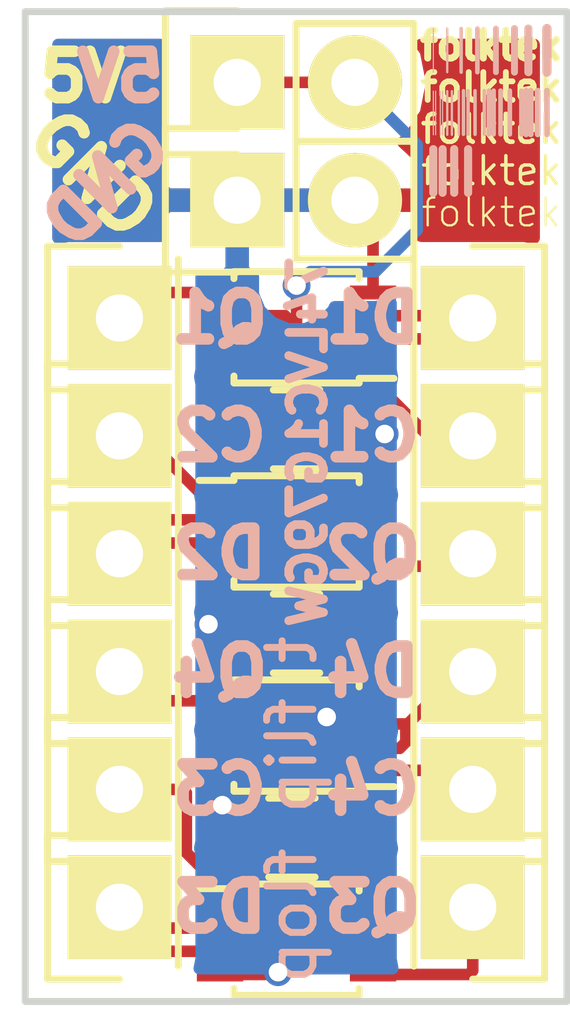
<source format=kicad_pcb>
(kicad_pcb (version 4) (host pcbnew 4.0.4+e1-6308~48~ubuntu16.04.1-stable)

  (general
    (links 40)
    (no_connects 0)
    (area 231.572999 82.220999 243.407001 103.707001)
    (thickness 1.6)
    (drawings 59)
    (tracks 132)
    (zones 0)
    (modules 21)
    (nets 15)
  )

  (page A4)
  (layers
    (0 F.Cu signal)
    (31 B.Cu signal)
    (32 B.Adhes user)
    (33 F.Adhes user)
    (34 B.Paste user)
    (35 F.Paste user)
    (36 B.SilkS user)
    (37 F.SilkS user)
    (38 B.Mask user)
    (39 F.Mask user)
    (40 Dwgs.User user)
    (41 Cmts.User user)
    (42 Eco1.User user)
    (43 Eco2.User user)
    (44 Edge.Cuts user)
    (45 Margin user)
    (46 B.CrtYd user)
    (47 F.CrtYd user)
    (48 B.Fab user hide)
    (49 F.Fab user hide)
  )

  (setup
    (last_trace_width 0.25)
    (trace_clearance 0.2)
    (zone_clearance 0.508)
    (zone_45_only no)
    (trace_min 0.2)
    (segment_width 0.2)
    (edge_width 0.15)
    (via_size 0.6)
    (via_drill 0.4)
    (via_min_size 0.4)
    (via_min_drill 0.3)
    (uvia_size 0.3)
    (uvia_drill 0.1)
    (uvias_allowed no)
    (uvia_min_size 0.2)
    (uvia_min_drill 0.1)
    (pcb_text_width 0.3)
    (pcb_text_size 1.5 1.5)
    (mod_edge_width 0.15)
    (mod_text_size 1 1)
    (mod_text_width 0.15)
    (pad_size 1.524 1.524)
    (pad_drill 0.762)
    (pad_to_mask_clearance 0.05)
    (aux_axis_origin 0 0)
    (visible_elements FFFFFF7F)
    (pcbplotparams
      (layerselection 0x010fc_80000001)
      (usegerberextensions true)
      (excludeedgelayer true)
      (linewidth 0.100000)
      (plotframeref false)
      (viasonmask false)
      (mode 1)
      (useauxorigin false)
      (hpglpennumber 1)
      (hpglpenspeed 20)
      (hpglpendiameter 15)
      (hpglpenoverlay 2)
      (psnegative false)
      (psa4output false)
      (plotreference true)
      (plotvalue true)
      (plotinvisibletext false)
      (padsonsilk false)
      (subtractmaskfromsilk true)
      (outputformat 1)
      (mirror false)
      (drillshape 0)
      (scaleselection 1)
      (outputdirectory tflip_gerb/))
  )

  (net 0 "")
  (net 1 /VCC)
  (net 2 /GND)
  (net 3 /C1)
  (net 4 /D1)
  (net 5 /Q1)
  (net 6 /C2)
  (net 7 /D2)
  (net 8 /C3)
  (net 9 /D3)
  (net 10 /C4)
  (net 11 /D4)
  (net 12 /Q2)
  (net 13 /Q3)
  (net 14 /Q4)

  (net_class Default "This is the default net class."
    (clearance 0.2)
    (trace_width 0.25)
    (via_dia 0.6)
    (via_drill 0.4)
    (uvia_dia 0.3)
    (uvia_drill 0.1)
    (add_net /C1)
    (add_net /C2)
    (add_net /C3)
    (add_net /C4)
    (add_net /D1)
    (add_net /D2)
    (add_net /D3)
    (add_net /D4)
    (add_net /GND)
    (add_net /Q1)
    (add_net /Q2)
    (add_net /Q3)
    (add_net /Q4)
    (add_net /VCC)
  )

  (module Pin_Headers:Pin_Header_Straight_1x02 (layer F.Cu) (tedit 580FC953) (tstamp 580FC845)
    (at 236.22 83.82 90)
    (descr "Through hole pin header")
    (tags "pin header")
    (path /58104B10)
    (fp_text reference P1 (at 0 -5.1 90) (layer F.SilkS) hide
      (effects (font (size 1 1) (thickness 0.15)))
    )
    (fp_text value CONN_01X02 (at 0 -3.1 90) (layer F.Fab)
      (effects (font (size 1 1) (thickness 0.15)))
    )
    (fp_line (start 1.27 1.27) (end 1.27 3.81) (layer F.SilkS) (width 0.15))
    (fp_line (start 1.55 -1.55) (end 1.55 0) (layer F.SilkS) (width 0.15))
    (fp_line (start -1.75 -1.75) (end -1.75 4.3) (layer F.CrtYd) (width 0.05))
    (fp_line (start 1.75 -1.75) (end 1.75 4.3) (layer F.CrtYd) (width 0.05))
    (fp_line (start -1.75 -1.75) (end 1.75 -1.75) (layer F.CrtYd) (width 0.05))
    (fp_line (start -1.75 4.3) (end 1.75 4.3) (layer F.CrtYd) (width 0.05))
    (fp_line (start 1.27 1.27) (end -1.27 1.27) (layer F.SilkS) (width 0.15))
    (fp_line (start -1.55 0) (end -1.55 -1.55) (layer F.SilkS) (width 0.15))
    (fp_line (start -1.55 -1.55) (end 1.55 -1.55) (layer F.SilkS) (width 0.15))
    (fp_line (start -1.27 1.27) (end -1.27 3.81) (layer F.SilkS) (width 0.15))
    (fp_line (start -1.27 3.81) (end 1.27 3.81) (layer F.SilkS) (width 0.15))
    (pad 1 thru_hole rect (at 0 0 90) (size 2.032 2.032) (drill 1.016) (layers *.Cu *.Mask F.SilkS)
      (net 1 /VCC))
    (pad 2 thru_hole oval (at 0 2.54 90) (size 2.032 2.032) (drill 1.016) (layers *.Cu *.Mask F.SilkS)
      (net 1 /VCC))
    (model Pin_Headers.3dshapes/Pin_Header_Straight_1x02.wrl
      (at (xyz 0 -0.05 0))
      (scale (xyz 1 1 1))
      (rotate (xyz 0 0 90))
    )
  )

  (module Pin_Headers:Pin_Header_Straight_1x02 (layer F.Cu) (tedit 580FC92D) (tstamp 580FC84B)
    (at 236.22 86.36 90)
    (descr "Through hole pin header")
    (tags "pin header")
    (path /58104B11)
    (fp_text reference P2 (at 0 -5.1 90) (layer F.SilkS) hide
      (effects (font (size 1 1) (thickness 0.15)))
    )
    (fp_text value CONN_01X02 (at 0 -3.1 90) (layer F.Fab)
      (effects (font (size 1 1) (thickness 0.15)))
    )
    (fp_line (start 1.27 1.27) (end 1.27 3.81) (layer F.SilkS) (width 0.15))
    (fp_line (start 1.55 -1.55) (end 1.55 0) (layer F.SilkS) (width 0.15))
    (fp_line (start -1.75 -1.75) (end -1.75 4.3) (layer F.CrtYd) (width 0.05))
    (fp_line (start 1.75 -1.75) (end 1.75 4.3) (layer F.CrtYd) (width 0.05))
    (fp_line (start -1.75 -1.75) (end 1.75 -1.75) (layer F.CrtYd) (width 0.05))
    (fp_line (start -1.75 4.3) (end 1.75 4.3) (layer F.CrtYd) (width 0.05))
    (fp_line (start 1.27 1.27) (end -1.27 1.27) (layer F.SilkS) (width 0.15))
    (fp_line (start -1.55 0) (end -1.55 -1.55) (layer F.SilkS) (width 0.15))
    (fp_line (start -1.55 -1.55) (end 1.55 -1.55) (layer F.SilkS) (width 0.15))
    (fp_line (start -1.27 1.27) (end -1.27 3.81) (layer F.SilkS) (width 0.15))
    (fp_line (start -1.27 3.81) (end 1.27 3.81) (layer F.SilkS) (width 0.15))
    (pad 1 thru_hole rect (at 0 0 90) (size 2.032 2.032) (drill 1.016) (layers *.Cu *.Mask F.SilkS)
      (net 2 /GND))
    (pad 2 thru_hole oval (at 0 2.54 90) (size 2.032 2.032) (drill 1.016) (layers *.Cu *.Mask F.SilkS)
      (net 2 /GND))
    (model Pin_Headers.3dshapes/Pin_Header_Straight_1x02.wrl
      (at (xyz 0 -0.05 0))
      (scale (xyz 1 1 1))
      (rotate (xyz 0 0 90))
    )
  )

  (module Pin_Headers:Pin_Header_Straight_1x01 (layer F.Cu) (tedit 580FC94F) (tstamp 580FC850)
    (at 241.3 91.44 270)
    (descr "Through hole pin header")
    (tags "pin header")
    (path /581041CC)
    (fp_text reference P3 (at 0 -5.1 360) (layer F.SilkS) hide
      (effects (font (size 1 1) (thickness 0.15)))
    )
    (fp_text value CONN_01X01 (at 0 -3.1 270) (layer F.Fab)
      (effects (font (size 1 1) (thickness 0.15)))
    )
    (fp_line (start 1.55 -1.55) (end 1.55 0) (layer F.SilkS) (width 0.15))
    (fp_line (start -1.75 -1.75) (end -1.75 1.75) (layer F.CrtYd) (width 0.05))
    (fp_line (start 1.75 -1.75) (end 1.75 1.75) (layer F.CrtYd) (width 0.05))
    (fp_line (start -1.75 -1.75) (end 1.75 -1.75) (layer F.CrtYd) (width 0.05))
    (fp_line (start -1.75 1.75) (end 1.75 1.75) (layer F.CrtYd) (width 0.05))
    (fp_line (start -1.55 0) (end -1.55 -1.55) (layer F.SilkS) (width 0.15))
    (fp_line (start -1.55 -1.55) (end 1.55 -1.55) (layer F.SilkS) (width 0.15))
    (fp_line (start -1.27 1.27) (end 1.27 1.27) (layer F.SilkS) (width 0.15))
    (pad 1 thru_hole rect (at 0 0 270) (size 2.2352 2.2352) (drill 1.016) (layers *.Cu *.Mask F.SilkS)
      (net 3 /C1))
    (model Pin_Headers.3dshapes/Pin_Header_Straight_1x01.wrl
      (at (xyz 0 0 0))
      (scale (xyz 1 1 1))
      (rotate (xyz 0 0 90))
    )
  )

  (module Pin_Headers:Pin_Header_Straight_1x01 (layer F.Cu) (tedit 580FCA2B) (tstamp 580FC855)
    (at 241.3 88.9 270)
    (descr "Through hole pin header")
    (tags "pin header")
    (path /58104230)
    (fp_text reference P4 (at 0 -5.1 270) (layer F.SilkS) hide
      (effects (font (size 1 1) (thickness 0.15)))
    )
    (fp_text value CONN_01X01 (at 0 -3.1 270) (layer F.Fab)
      (effects (font (size 1 1) (thickness 0.15)))
    )
    (fp_line (start 1.55 -1.55) (end 1.55 0) (layer F.SilkS) (width 0.15))
    (fp_line (start -1.75 -1.75) (end -1.75 1.75) (layer F.CrtYd) (width 0.05))
    (fp_line (start 1.75 -1.75) (end 1.75 1.75) (layer F.CrtYd) (width 0.05))
    (fp_line (start -1.75 -1.75) (end 1.75 -1.75) (layer F.CrtYd) (width 0.05))
    (fp_line (start -1.75 1.75) (end 1.75 1.75) (layer F.CrtYd) (width 0.05))
    (fp_line (start -1.55 0) (end -1.55 -1.55) (layer F.SilkS) (width 0.15))
    (fp_line (start -1.55 -1.55) (end 1.55 -1.55) (layer F.SilkS) (width 0.15))
    (fp_line (start -1.27 1.27) (end 1.27 1.27) (layer F.SilkS) (width 0.15))
    (pad 1 thru_hole rect (at 0 0 270) (size 2.2352 2.2352) (drill 1.016) (layers *.Cu *.Mask F.SilkS)
      (net 4 /D1))
    (model Pin_Headers.3dshapes/Pin_Header_Straight_1x01.wrl
      (at (xyz 0 0 0))
      (scale (xyz 1 1 1))
      (rotate (xyz 0 0 90))
    )
  )

  (module Pin_Headers:Pin_Header_Straight_1x01 (layer F.Cu) (tedit 580FC95E) (tstamp 580FC85A)
    (at 233.68 91.44 90)
    (descr "Through hole pin header")
    (tags "pin header")
    (path /58105862)
    (fp_text reference P5 (at 0 -5.1 90) (layer F.SilkS) hide
      (effects (font (size 1 1) (thickness 0.15)))
    )
    (fp_text value CONN_01X01 (at 0 -3.1 90) (layer F.Fab)
      (effects (font (size 1 1) (thickness 0.15)))
    )
    (fp_line (start 1.55 -1.55) (end 1.55 0) (layer F.SilkS) (width 0.15))
    (fp_line (start -1.75 -1.75) (end -1.75 1.75) (layer F.CrtYd) (width 0.05))
    (fp_line (start 1.75 -1.75) (end 1.75 1.75) (layer F.CrtYd) (width 0.05))
    (fp_line (start -1.75 -1.75) (end 1.75 -1.75) (layer F.CrtYd) (width 0.05))
    (fp_line (start -1.75 1.75) (end 1.75 1.75) (layer F.CrtYd) (width 0.05))
    (fp_line (start -1.55 0) (end -1.55 -1.55) (layer F.SilkS) (width 0.15))
    (fp_line (start -1.55 -1.55) (end 1.55 -1.55) (layer F.SilkS) (width 0.15))
    (fp_line (start -1.27 1.27) (end 1.27 1.27) (layer F.SilkS) (width 0.15))
    (pad 1 thru_hole rect (at 0 0 90) (size 2.2352 2.2352) (drill 1.016) (layers *.Cu *.Mask F.SilkS)
      (net 6 /C2))
    (model Pin_Headers.3dshapes/Pin_Header_Straight_1x01.wrl
      (at (xyz 0 0 0))
      (scale (xyz 1 1 1))
      (rotate (xyz 0 0 90))
    )
  )

  (module Pin_Headers:Pin_Header_Straight_1x01 (layer F.Cu) (tedit 580FC965) (tstamp 580FC85F)
    (at 233.68 93.98 90)
    (descr "Through hole pin header")
    (tags "pin header")
    (path /58105868)
    (fp_text reference P6 (at 0 -5.1 90) (layer F.SilkS) hide
      (effects (font (size 1 1) (thickness 0.15)))
    )
    (fp_text value CONN_01X01 (at 0 -3.1 90) (layer F.Fab)
      (effects (font (size 1 1) (thickness 0.15)))
    )
    (fp_line (start 1.55 -1.55) (end 1.55 0) (layer F.SilkS) (width 0.15))
    (fp_line (start -1.75 -1.75) (end -1.75 1.75) (layer F.CrtYd) (width 0.05))
    (fp_line (start 1.75 -1.75) (end 1.75 1.75) (layer F.CrtYd) (width 0.05))
    (fp_line (start -1.75 -1.75) (end 1.75 -1.75) (layer F.CrtYd) (width 0.05))
    (fp_line (start -1.75 1.75) (end 1.75 1.75) (layer F.CrtYd) (width 0.05))
    (fp_line (start -1.55 0) (end -1.55 -1.55) (layer F.SilkS) (width 0.15))
    (fp_line (start -1.55 -1.55) (end 1.55 -1.55) (layer F.SilkS) (width 0.15))
    (fp_line (start -1.27 1.27) (end 1.27 1.27) (layer F.SilkS) (width 0.15))
    (pad 1 thru_hole rect (at 0 0 90) (size 2.2352 2.2352) (drill 1.016) (layers *.Cu *.Mask F.SilkS)
      (net 7 /D2))
    (model Pin_Headers.3dshapes/Pin_Header_Straight_1x01.wrl
      (at (xyz 0 0 0))
      (scale (xyz 1 1 1))
      (rotate (xyz 0 0 90))
    )
  )

  (module Pin_Headers:Pin_Header_Straight_1x01 (layer F.Cu) (tedit 580FCAEC) (tstamp 580FC864)
    (at 233.68 99.06 90)
    (descr "Through hole pin header")
    (tags "pin header")
    (path /5810592D)
    (fp_text reference P7 (at 0 -5.1 90) (layer F.SilkS) hide
      (effects (font (size 1 1) (thickness 0.15)))
    )
    (fp_text value CONN_01X01 (at 0 -3.1 90) (layer F.Fab)
      (effects (font (size 1 1) (thickness 0.15)))
    )
    (fp_line (start 1.55 -1.55) (end 1.55 0) (layer F.SilkS) (width 0.15))
    (fp_line (start -1.75 -1.75) (end -1.75 1.75) (layer F.CrtYd) (width 0.05))
    (fp_line (start 1.75 -1.75) (end 1.75 1.75) (layer F.CrtYd) (width 0.05))
    (fp_line (start -1.75 -1.75) (end 1.75 -1.75) (layer F.CrtYd) (width 0.05))
    (fp_line (start -1.75 1.75) (end 1.75 1.75) (layer F.CrtYd) (width 0.05))
    (fp_line (start -1.55 0) (end -1.55 -1.55) (layer F.SilkS) (width 0.15))
    (fp_line (start -1.55 -1.55) (end 1.55 -1.55) (layer F.SilkS) (width 0.15))
    (fp_line (start -1.27 1.27) (end 1.27 1.27) (layer F.SilkS) (width 0.15))
    (pad 1 thru_hole rect (at 0 0 90) (size 2.2352 2.2352) (drill 1.016) (layers *.Cu *.Mask F.SilkS)
      (net 8 /C3))
    (model Pin_Headers.3dshapes/Pin_Header_Straight_1x01.wrl
      (at (xyz 0 0 0))
      (scale (xyz 1 1 1))
      (rotate (xyz 0 0 90))
    )
  )

  (module Pin_Headers:Pin_Header_Straight_1x01 (layer F.Cu) (tedit 580FC972) (tstamp 580FC869)
    (at 233.68 101.6 90)
    (descr "Through hole pin header")
    (tags "pin header")
    (path /58105933)
    (fp_text reference P8 (at 0 -5.1 90) (layer F.SilkS) hide
      (effects (font (size 1 1) (thickness 0.15)))
    )
    (fp_text value CONN_01X01 (at 0 -3.1 90) (layer F.Fab)
      (effects (font (size 1 1) (thickness 0.15)))
    )
    (fp_line (start 1.55 -1.55) (end 1.55 0) (layer F.SilkS) (width 0.15))
    (fp_line (start -1.75 -1.75) (end -1.75 1.75) (layer F.CrtYd) (width 0.05))
    (fp_line (start 1.75 -1.75) (end 1.75 1.75) (layer F.CrtYd) (width 0.05))
    (fp_line (start -1.75 -1.75) (end 1.75 -1.75) (layer F.CrtYd) (width 0.05))
    (fp_line (start -1.75 1.75) (end 1.75 1.75) (layer F.CrtYd) (width 0.05))
    (fp_line (start -1.55 0) (end -1.55 -1.55) (layer F.SilkS) (width 0.15))
    (fp_line (start -1.55 -1.55) (end 1.55 -1.55) (layer F.SilkS) (width 0.15))
    (fp_line (start -1.27 1.27) (end 1.27 1.27) (layer F.SilkS) (width 0.15))
    (pad 1 thru_hole rect (at 0 0 90) (size 2.2352 2.2352) (drill 1.016) (layers *.Cu *.Mask F.SilkS)
      (net 9 /D3))
    (model Pin_Headers.3dshapes/Pin_Header_Straight_1x01.wrl
      (at (xyz 0 0 0))
      (scale (xyz 1 1 1))
      (rotate (xyz 0 0 90))
    )
  )

  (module Pin_Headers:Pin_Header_Straight_1x01 (layer F.Cu) (tedit 580FCAF1) (tstamp 580FC86E)
    (at 241.3 99.06 270)
    (descr "Through hole pin header")
    (tags "pin header")
    (path /58105A0D)
    (fp_text reference P9 (at 0 -5.1 270) (layer F.SilkS) hide
      (effects (font (size 1 1) (thickness 0.15)))
    )
    (fp_text value CONN_01X01 (at 0 -3.1 270) (layer F.Fab)
      (effects (font (size 1 1) (thickness 0.15)))
    )
    (fp_line (start 1.55 -1.55) (end 1.55 0) (layer F.SilkS) (width 0.15))
    (fp_line (start -1.75 -1.75) (end -1.75 1.75) (layer F.CrtYd) (width 0.05))
    (fp_line (start 1.75 -1.75) (end 1.75 1.75) (layer F.CrtYd) (width 0.05))
    (fp_line (start -1.75 -1.75) (end 1.75 -1.75) (layer F.CrtYd) (width 0.05))
    (fp_line (start -1.75 1.75) (end 1.75 1.75) (layer F.CrtYd) (width 0.05))
    (fp_line (start -1.55 0) (end -1.55 -1.55) (layer F.SilkS) (width 0.15))
    (fp_line (start -1.55 -1.55) (end 1.55 -1.55) (layer F.SilkS) (width 0.15))
    (fp_line (start -1.27 1.27) (end 1.27 1.27) (layer F.SilkS) (width 0.15))
    (pad 1 thru_hole rect (at 0 0 270) (size 2.2352 2.2352) (drill 1.016) (layers *.Cu *.Mask F.SilkS)
      (net 10 /C4))
    (model Pin_Headers.3dshapes/Pin_Header_Straight_1x01.wrl
      (at (xyz 0 0 0))
      (scale (xyz 1 1 1))
      (rotate (xyz 0 0 90))
    )
  )

  (module Pin_Headers:Pin_Header_Straight_1x01 (layer F.Cu) (tedit 580FCAD4) (tstamp 580FC873)
    (at 241.3 96.52 270)
    (descr "Through hole pin header")
    (tags "pin header")
    (path /58105A13)
    (fp_text reference P10 (at 0 -5.1 270) (layer F.SilkS) hide
      (effects (font (size 1 1) (thickness 0.15)))
    )
    (fp_text value CONN_01X01 (at 0 -3.1 270) (layer F.Fab)
      (effects (font (size 1 1) (thickness 0.15)))
    )
    (fp_line (start 1.55 -1.55) (end 1.55 0) (layer F.SilkS) (width 0.15))
    (fp_line (start -1.75 -1.75) (end -1.75 1.75) (layer F.CrtYd) (width 0.05))
    (fp_line (start 1.75 -1.75) (end 1.75 1.75) (layer F.CrtYd) (width 0.05))
    (fp_line (start -1.75 -1.75) (end 1.75 -1.75) (layer F.CrtYd) (width 0.05))
    (fp_line (start -1.75 1.75) (end 1.75 1.75) (layer F.CrtYd) (width 0.05))
    (fp_line (start -1.55 0) (end -1.55 -1.55) (layer F.SilkS) (width 0.15))
    (fp_line (start -1.55 -1.55) (end 1.55 -1.55) (layer F.SilkS) (width 0.15))
    (fp_line (start -1.27 1.27) (end 1.27 1.27) (layer F.SilkS) (width 0.15))
    (pad 1 thru_hole rect (at 0 0 270) (size 2.2352 2.2352) (drill 1.016) (layers *.Cu *.Mask F.SilkS)
      (net 11 /D4))
    (model Pin_Headers.3dshapes/Pin_Header_Straight_1x01.wrl
      (at (xyz 0 0 0))
      (scale (xyz 1 1 1))
      (rotate (xyz 0 0 90))
    )
  )

  (module Pin_Headers:Pin_Header_Straight_1x01 (layer F.Cu) (tedit 580FC941) (tstamp 580FC878)
    (at 233.68 88.9 90)
    (descr "Through hole pin header")
    (tags "pin header")
    (path /581043A7)
    (fp_text reference P11 (at 0 -5.1 90) (layer F.SilkS) hide
      (effects (font (size 1 1) (thickness 0.15)))
    )
    (fp_text value CONN_01X01 (at 0 -3.1 90) (layer F.Fab)
      (effects (font (size 1 1) (thickness 0.15)))
    )
    (fp_line (start 1.55 -1.55) (end 1.55 0) (layer F.SilkS) (width 0.15))
    (fp_line (start -1.75 -1.75) (end -1.75 1.75) (layer F.CrtYd) (width 0.05))
    (fp_line (start 1.75 -1.75) (end 1.75 1.75) (layer F.CrtYd) (width 0.05))
    (fp_line (start -1.75 -1.75) (end 1.75 -1.75) (layer F.CrtYd) (width 0.05))
    (fp_line (start -1.75 1.75) (end 1.75 1.75) (layer F.CrtYd) (width 0.05))
    (fp_line (start -1.55 0) (end -1.55 -1.55) (layer F.SilkS) (width 0.15))
    (fp_line (start -1.55 -1.55) (end 1.55 -1.55) (layer F.SilkS) (width 0.15))
    (fp_line (start -1.27 1.27) (end 1.27 1.27) (layer F.SilkS) (width 0.15))
    (pad 1 thru_hole rect (at 0 0 90) (size 2.2352 2.2352) (drill 1.016) (layers *.Cu *.Mask F.SilkS)
      (net 5 /Q1))
    (model Pin_Headers.3dshapes/Pin_Header_Straight_1x01.wrl
      (at (xyz 0 0 0))
      (scale (xyz 1 1 1))
      (rotate (xyz 0 0 90))
    )
  )

  (module Pin_Headers:Pin_Header_Straight_1x01 (layer F.Cu) (tedit 580FC947) (tstamp 580FC87D)
    (at 241.3 93.98 270)
    (descr "Through hole pin header")
    (tags "pin header")
    (path /5810586E)
    (fp_text reference P12 (at 0 -5.1 270) (layer F.SilkS) hide
      (effects (font (size 1 1) (thickness 0.15)))
    )
    (fp_text value CONN_01X01 (at 0 -3.1 270) (layer F.Fab)
      (effects (font (size 1 1) (thickness 0.15)))
    )
    (fp_line (start 1.55 -1.55) (end 1.55 0) (layer F.SilkS) (width 0.15))
    (fp_line (start -1.75 -1.75) (end -1.75 1.75) (layer F.CrtYd) (width 0.05))
    (fp_line (start 1.75 -1.75) (end 1.75 1.75) (layer F.CrtYd) (width 0.05))
    (fp_line (start -1.75 -1.75) (end 1.75 -1.75) (layer F.CrtYd) (width 0.05))
    (fp_line (start -1.75 1.75) (end 1.75 1.75) (layer F.CrtYd) (width 0.05))
    (fp_line (start -1.55 0) (end -1.55 -1.55) (layer F.SilkS) (width 0.15))
    (fp_line (start -1.55 -1.55) (end 1.55 -1.55) (layer F.SilkS) (width 0.15))
    (fp_line (start -1.27 1.27) (end 1.27 1.27) (layer F.SilkS) (width 0.15))
    (pad 1 thru_hole rect (at 0 0 270) (size 2.2352 2.2352) (drill 1.016) (layers *.Cu *.Mask F.SilkS)
      (net 12 /Q2))
    (model Pin_Headers.3dshapes/Pin_Header_Straight_1x01.wrl
      (at (xyz 0 0 0))
      (scale (xyz 1 1 1))
      (rotate (xyz 0 0 90))
    )
  )

  (module Pin_Headers:Pin_Header_Straight_1x01 (layer F.Cu) (tedit 580FCAED) (tstamp 580FC882)
    (at 241.3 101.6 270)
    (descr "Through hole pin header")
    (tags "pin header")
    (path /58105939)
    (fp_text reference P13 (at 0 -5.1 270) (layer F.SilkS) hide
      (effects (font (size 1 1) (thickness 0.15)))
    )
    (fp_text value CONN_01X01 (at 0 -3.1 270) (layer F.Fab)
      (effects (font (size 1 1) (thickness 0.15)))
    )
    (fp_line (start 1.55 -1.55) (end 1.55 0) (layer F.SilkS) (width 0.15))
    (fp_line (start -1.75 -1.75) (end -1.75 1.75) (layer F.CrtYd) (width 0.05))
    (fp_line (start 1.75 -1.75) (end 1.75 1.75) (layer F.CrtYd) (width 0.05))
    (fp_line (start -1.75 -1.75) (end 1.75 -1.75) (layer F.CrtYd) (width 0.05))
    (fp_line (start -1.75 1.75) (end 1.75 1.75) (layer F.CrtYd) (width 0.05))
    (fp_line (start -1.55 0) (end -1.55 -1.55) (layer F.SilkS) (width 0.15))
    (fp_line (start -1.55 -1.55) (end 1.55 -1.55) (layer F.SilkS) (width 0.15))
    (fp_line (start -1.27 1.27) (end 1.27 1.27) (layer F.SilkS) (width 0.15))
    (pad 1 thru_hole rect (at 0 0 270) (size 2.2352 2.2352) (drill 1.016) (layers *.Cu *.Mask F.SilkS)
      (net 13 /Q3))
    (model Pin_Headers.3dshapes/Pin_Header_Straight_1x01.wrl
      (at (xyz 0 0 0))
      (scale (xyz 1 1 1))
      (rotate (xyz 0 0 90))
    )
  )

  (module Pin_Headers:Pin_Header_Straight_1x01 (layer F.Cu) (tedit 580FCAEF) (tstamp 580FC887)
    (at 233.68 96.52 90)
    (descr "Through hole pin header")
    (tags "pin header")
    (path /58105A19)
    (fp_text reference P14 (at 0 -5.1 90) (layer F.SilkS) hide
      (effects (font (size 1 1) (thickness 0.15)))
    )
    (fp_text value CONN_01X01 (at 0 -3.1 90) (layer F.Fab)
      (effects (font (size 1 1) (thickness 0.15)))
    )
    (fp_line (start 1.55 -1.55) (end 1.55 0) (layer F.SilkS) (width 0.15))
    (fp_line (start -1.75 -1.75) (end -1.75 1.75) (layer F.CrtYd) (width 0.05))
    (fp_line (start 1.75 -1.75) (end 1.75 1.75) (layer F.CrtYd) (width 0.05))
    (fp_line (start -1.75 -1.75) (end 1.75 -1.75) (layer F.CrtYd) (width 0.05))
    (fp_line (start -1.75 1.75) (end 1.75 1.75) (layer F.CrtYd) (width 0.05))
    (fp_line (start -1.55 0) (end -1.55 -1.55) (layer F.SilkS) (width 0.15))
    (fp_line (start -1.55 -1.55) (end 1.55 -1.55) (layer F.SilkS) (width 0.15))
    (fp_line (start -1.27 1.27) (end 1.27 1.27) (layer F.SilkS) (width 0.15))
    (pad 1 thru_hole rect (at 0 0 90) (size 2.2352 2.2352) (drill 1.016) (layers *.Cu *.Mask F.SilkS)
      (net 14 /Q4))
    (model Pin_Headers.3dshapes/Pin_Header_Straight_1x01.wrl
      (at (xyz 0 0 0))
      (scale (xyz 1 1 1))
      (rotate (xyz 0 0 90))
    )
  )

  (module Capacitors_SMD:C_0805 (layer F.Cu) (tedit 580FE858) (tstamp 580FCE47)
    (at 237.5 91.3)
    (descr "Capacitor SMD 0805, reflow soldering, AVX (see smccp.pdf)")
    (tags "capacitor 0805")
    (path /58104B12)
    (attr smd)
    (fp_text reference C1 (at 0.8326 -3.5761) (layer F.SilkS) hide
      (effects (font (size 1 1) (thickness 0.15)))
    )
    (fp_text value 0.1uF (at 0 2.1) (layer F.Fab)
      (effects (font (size 1 1) (thickness 0.15)))
    )
    (fp_line (start -1 0.625) (end -1 -0.625) (layer F.Fab) (width 0.15))
    (fp_line (start 1 0.625) (end -1 0.625) (layer F.Fab) (width 0.15))
    (fp_line (start 1 -0.625) (end 1 0.625) (layer F.Fab) (width 0.15))
    (fp_line (start -1 -0.625) (end 1 -0.625) (layer F.Fab) (width 0.15))
    (fp_line (start -1.8 -1) (end 1.8 -1) (layer F.CrtYd) (width 0.05))
    (fp_line (start -1.8 1) (end 1.8 1) (layer F.CrtYd) (width 0.05))
    (fp_line (start -1.8 -1) (end -1.8 1) (layer F.CrtYd) (width 0.05))
    (fp_line (start 1.8 -1) (end 1.8 1) (layer F.CrtYd) (width 0.05))
    (fp_line (start 0.5 -0.85) (end -0.5 -0.85) (layer F.SilkS) (width 0.15))
    (fp_line (start -0.5 0.85) (end 0.5 0.85) (layer F.SilkS) (width 0.15))
    (pad 1 smd rect (at -1 0) (size 1 1.25) (layers F.Cu F.Paste F.Mask)
      (net 1 /VCC))
    (pad 2 smd rect (at 1 0) (size 1 1.25) (layers F.Cu F.Paste F.Mask)
      (net 2 /GND))
    (model Capacitors_SMD.3dshapes/C_0805.wrl
      (at (xyz 0 0 0))
      (scale (xyz 1 1 1))
      (rotate (xyz 0 0 0))
    )
  )

  (module Capacitors_SMD:C_0805 (layer F.Cu) (tedit 580FE867) (tstamp 580FCE4C)
    (at 237.5 95.7 180)
    (descr "Capacitor SMD 0805, reflow soldering, AVX (see smccp.pdf)")
    (tags "capacitor 0805")
    (path /58104B13)
    (attr smd)
    (fp_text reference C2 (at 0.7874 -2.7178 180) (layer F.SilkS) hide
      (effects (font (size 1 1) (thickness 0.15)))
    )
    (fp_text value 1uF (at 0 2.1 180) (layer F.Fab)
      (effects (font (size 1 1) (thickness 0.15)))
    )
    (fp_line (start -1 0.625) (end -1 -0.625) (layer F.Fab) (width 0.15))
    (fp_line (start 1 0.625) (end -1 0.625) (layer F.Fab) (width 0.15))
    (fp_line (start 1 -0.625) (end 1 0.625) (layer F.Fab) (width 0.15))
    (fp_line (start -1 -0.625) (end 1 -0.625) (layer F.Fab) (width 0.15))
    (fp_line (start -1.8 -1) (end 1.8 -1) (layer F.CrtYd) (width 0.05))
    (fp_line (start -1.8 1) (end 1.8 1) (layer F.CrtYd) (width 0.05))
    (fp_line (start -1.8 -1) (end -1.8 1) (layer F.CrtYd) (width 0.05))
    (fp_line (start 1.8 -1) (end 1.8 1) (layer F.CrtYd) (width 0.05))
    (fp_line (start 0.5 -0.85) (end -0.5 -0.85) (layer F.SilkS) (width 0.15))
    (fp_line (start -0.5 0.85) (end 0.5 0.85) (layer F.SilkS) (width 0.15))
    (pad 1 smd rect (at -1 0 180) (size 1 1.25) (layers F.Cu F.Paste F.Mask)
      (net 1 /VCC))
    (pad 2 smd rect (at 1 0 180) (size 1 1.25) (layers F.Cu F.Paste F.Mask)
      (net 2 /GND))
    (model Capacitors_SMD.3dshapes/C_0805.wrl
      (at (xyz 0 0 0))
      (scale (xyz 1 1 1))
      (rotate (xyz 0 0 0))
    )
  )

  (module Capacitors_SMD:C_0805 (layer F.Cu) (tedit 580FE904) (tstamp 580FF131)
    (at 237.4 100.1 180)
    (descr "Capacitor SMD 0805, reflow soldering, AVX (see smccp.pdf)")
    (tags "capacitor 0805")
    (path /58104B17)
    (attr smd)
    (fp_text reference C3 (at 0 -2.1 180) (layer F.SilkS) hide
      (effects (font (size 1 1) (thickness 0.15)))
    )
    (fp_text value 1uF (at 0 2.1 180) (layer F.Fab)
      (effects (font (size 1 1) (thickness 0.15)))
    )
    (fp_line (start -1 0.625) (end -1 -0.625) (layer F.Fab) (width 0.15))
    (fp_line (start 1 0.625) (end -1 0.625) (layer F.Fab) (width 0.15))
    (fp_line (start 1 -0.625) (end 1 0.625) (layer F.Fab) (width 0.15))
    (fp_line (start -1 -0.625) (end 1 -0.625) (layer F.Fab) (width 0.15))
    (fp_line (start -1.8 -1) (end 1.8 -1) (layer F.CrtYd) (width 0.05))
    (fp_line (start -1.8 1) (end 1.8 1) (layer F.CrtYd) (width 0.05))
    (fp_line (start -1.8 -1) (end -1.8 1) (layer F.CrtYd) (width 0.05))
    (fp_line (start 1.8 -1) (end 1.8 1) (layer F.CrtYd) (width 0.05))
    (fp_line (start 0.5 -0.85) (end -0.5 -0.85) (layer F.SilkS) (width 0.15))
    (fp_line (start -0.5 0.85) (end 0.5 0.85) (layer F.SilkS) (width 0.15))
    (pad 1 smd rect (at -1 0 180) (size 1 1.25) (layers F.Cu F.Paste F.Mask)
      (net 1 /VCC))
    (pad 2 smd rect (at 1 0 180) (size 1 1.25) (layers F.Cu F.Paste F.Mask)
      (net 2 /GND))
    (model Capacitors_SMD.3dshapes/C_0805.wrl
      (at (xyz 0 0 0))
      (scale (xyz 1 1 1))
      (rotate (xyz 0 0 0))
    )
  )

  (module Housings_SSOP:TSSOP-8_2x2.3mm_Pitch0.5mm (layer F.Cu) (tedit 580FFE13) (tstamp 580FFD2D)
    (at 237.5 89.1 180)
    (descr "TSSOP8: plastic thin shrink small outline package; 8 leads; body width 3 mm; (see NXP SSOP-TSSOP-VSO-REFLOW.pdf and sot505-1_po.pdf)")
    (tags "SSOP 0.65")
    (path /58103FDC)
    (attr smd)
    (fp_text reference U1 (at -0.15 -1.9 180) (layer F.SilkS) hide
      (effects (font (size 1 1) (thickness 0.15)))
    )
    (fp_text value SN74LVC2G74DCUR (at 0 2 180) (layer F.Fab)
      (effects (font (size 1 1) (thickness 0.15)))
    )
    (fp_line (start -1.15 -1) (end 1.15 -1) (layer F.Fab) (width 0.15))
    (fp_line (start 1.15 -1) (end 1.15 1) (layer F.Fab) (width 0.15))
    (fp_line (start -1.15 1) (end 1.15 1) (layer F.Fab) (width 0.15))
    (fp_line (start -1.15 1) (end -1.15 -1) (layer F.Fab) (width 0.15))
    (fp_line (start -2.95 -1.8) (end -2.95 1.8) (layer F.CrtYd) (width 0.05))
    (fp_line (start 2.95 -1.8) (end 2.95 1.8) (layer F.CrtYd) (width 0.05))
    (fp_line (start -2.95 -1.8) (end 2.95 -1.8) (layer F.CrtYd) (width 0.05))
    (fp_line (start -2.95 1.8) (end 2.95 1.8) (layer F.CrtYd) (width 0.05))
    (fp_line (start -1.35 -1.2) (end -1.35 -1.1) (layer F.SilkS) (width 0.15))
    (fp_line (start 1.35 -1.2) (end 1.35 -1.05) (layer F.SilkS) (width 0.15))
    (fp_line (start 1.35 1.2) (end 1.35 1.05) (layer F.SilkS) (width 0.15))
    (fp_line (start -1.35 1.2) (end -1.35 1.05) (layer F.SilkS) (width 0.15))
    (fp_line (start -1.35 -1.2) (end 1.350471 -1.2) (layer F.SilkS) (width 0.15))
    (fp_line (start -1.35 1.2) (end 1.35 1.2) (layer F.SilkS) (width 0.15))
    (fp_line (start -1.35 -1.1) (end -2.1 -1.1) (layer F.SilkS) (width 0.15))
    (fp_line (start -1.55 1) (end -1.55 -1) (layer F.Fab) (width 0.15))
    (fp_line (start 1.55 1) (end 1.55 -1) (layer F.Fab) (width 0.15))
    (pad 1 smd rect (at -1.65 -0.75 180) (size 1 0.3) (layers F.Cu F.Paste F.Mask)
      (net 3 /C1))
    (pad 2 smd rect (at -1.65 -0.25 180) (size 1 0.3) (layers F.Cu F.Paste F.Mask)
      (net 4 /D1))
    (pad 3 smd rect (at -1.65 0.25 180) (size 1 0.3) (layers F.Cu F.Paste F.Mask)
      (net 4 /D1))
    (pad 4 smd rect (at -1.65 0.75 180) (size 1 0.3) (layers F.Cu F.Paste F.Mask)
      (net 2 /GND))
    (pad 5 smd rect (at 1.65 0.75 180) (size 1 0.3) (layers F.Cu F.Paste F.Mask)
      (net 5 /Q1))
    (pad 6 smd rect (at 1.65 0.25 180) (size 1 0.3) (layers F.Cu F.Paste F.Mask)
      (net 1 /VCC))
    (pad 7 smd rect (at 1.65 -0.25 180) (size 1 0.3) (layers F.Cu F.Paste F.Mask)
      (net 1 /VCC))
    (pad 8 smd rect (at 1.65 -0.75 180) (size 1 0.3) (layers F.Cu F.Paste F.Mask)
      (net 1 /VCC))
    (model Housings_SSOP.3dshapes/TSSOP-8_3x3mm_Pitch0.65mm.wrl
      (at (xyz 0 0 0))
      (scale (xyz 1 1 1))
      (rotate (xyz 0 0 0))
    )
  )

  (module Housings_SSOP:TSSOP-8_2x2.3mm_Pitch0.5mm (layer F.Cu) (tedit 580FFE16) (tstamp 580FFD49)
    (at 237.5 93.5)
    (descr "TSSOP8: plastic thin shrink small outline package; 8 leads; body width 3 mm; (see NXP SSOP-TSSOP-VSO-REFLOW.pdf and sot505-1_po.pdf)")
    (tags "SSOP 0.65")
    (path /5810584E)
    (attr smd)
    (fp_text reference U2 (at -0.15 -1.9) (layer F.SilkS) hide
      (effects (font (size 1 1) (thickness 0.15)))
    )
    (fp_text value SN74LVC2G74DCUR (at 0 2) (layer F.Fab)
      (effects (font (size 1 1) (thickness 0.15)))
    )
    (fp_line (start -1.15 -1) (end 1.15 -1) (layer F.Fab) (width 0.15))
    (fp_line (start 1.15 -1) (end 1.15 1) (layer F.Fab) (width 0.15))
    (fp_line (start -1.15 1) (end 1.15 1) (layer F.Fab) (width 0.15))
    (fp_line (start -1.15 1) (end -1.15 -1) (layer F.Fab) (width 0.15))
    (fp_line (start -2.95 -1.8) (end -2.95 1.8) (layer F.CrtYd) (width 0.05))
    (fp_line (start 2.95 -1.8) (end 2.95 1.8) (layer F.CrtYd) (width 0.05))
    (fp_line (start -2.95 -1.8) (end 2.95 -1.8) (layer F.CrtYd) (width 0.05))
    (fp_line (start -2.95 1.8) (end 2.95 1.8) (layer F.CrtYd) (width 0.05))
    (fp_line (start -1.35 -1.2) (end -1.35 -1.1) (layer F.SilkS) (width 0.15))
    (fp_line (start 1.35 -1.2) (end 1.35 -1.05) (layer F.SilkS) (width 0.15))
    (fp_line (start 1.35 1.2) (end 1.35 1.05) (layer F.SilkS) (width 0.15))
    (fp_line (start -1.35 1.2) (end -1.35 1.05) (layer F.SilkS) (width 0.15))
    (fp_line (start -1.35 -1.2) (end 1.350471 -1.2) (layer F.SilkS) (width 0.15))
    (fp_line (start -1.35 1.2) (end 1.35 1.2) (layer F.SilkS) (width 0.15))
    (fp_line (start -1.35 -1.1) (end -2.1 -1.1) (layer F.SilkS) (width 0.15))
    (fp_line (start -1.55 1) (end -1.55 -1) (layer F.Fab) (width 0.15))
    (fp_line (start 1.55 1) (end 1.55 -1) (layer F.Fab) (width 0.15))
    (pad 1 smd rect (at -1.65 -0.75) (size 1 0.3) (layers F.Cu F.Paste F.Mask)
      (net 6 /C2))
    (pad 2 smd rect (at -1.65 -0.25) (size 1 0.3) (layers F.Cu F.Paste F.Mask)
      (net 7 /D2))
    (pad 3 smd rect (at -1.65 0.25) (size 1 0.3) (layers F.Cu F.Paste F.Mask)
      (net 7 /D2))
    (pad 4 smd rect (at -1.65 0.75) (size 1 0.3) (layers F.Cu F.Paste F.Mask)
      (net 2 /GND))
    (pad 5 smd rect (at 1.65 0.75) (size 1 0.3) (layers F.Cu F.Paste F.Mask)
      (net 12 /Q2))
    (pad 6 smd rect (at 1.65 0.25) (size 1 0.3) (layers F.Cu F.Paste F.Mask)
      (net 1 /VCC))
    (pad 7 smd rect (at 1.65 -0.25) (size 1 0.3) (layers F.Cu F.Paste F.Mask)
      (net 1 /VCC))
    (pad 8 smd rect (at 1.65 -0.75) (size 1 0.3) (layers F.Cu F.Paste F.Mask)
      (net 1 /VCC))
    (model Housings_SSOP.3dshapes/TSSOP-8_3x3mm_Pitch0.65mm.wrl
      (at (xyz 0 0 0))
      (scale (xyz 1 1 1))
      (rotate (xyz 0 0 0))
    )
  )

  (module Housings_SSOP:TSSOP-8_2x2.3mm_Pitch0.5mm (layer F.Cu) (tedit 580FFE1B) (tstamp 580FFD65)
    (at 237.5 102.3)
    (descr "TSSOP8: plastic thin shrink small outline package; 8 leads; body width 3 mm; (see NXP SSOP-TSSOP-VSO-REFLOW.pdf and sot505-1_po.pdf)")
    (tags "SSOP 0.65")
    (path /58105919)
    (attr smd)
    (fp_text reference U3 (at -0.15 -1.9) (layer F.SilkS) hide
      (effects (font (size 1 1) (thickness 0.15)))
    )
    (fp_text value SN74LVC2G74DCUR (at 0 2) (layer F.Fab)
      (effects (font (size 1 1) (thickness 0.15)))
    )
    (fp_line (start -1.15 -1) (end 1.15 -1) (layer F.Fab) (width 0.15))
    (fp_line (start 1.15 -1) (end 1.15 1) (layer F.Fab) (width 0.15))
    (fp_line (start -1.15 1) (end 1.15 1) (layer F.Fab) (width 0.15))
    (fp_line (start -1.15 1) (end -1.15 -1) (layer F.Fab) (width 0.15))
    (fp_line (start -2.95 -1.8) (end -2.95 1.8) (layer F.CrtYd) (width 0.05))
    (fp_line (start 2.95 -1.8) (end 2.95 1.8) (layer F.CrtYd) (width 0.05))
    (fp_line (start -2.95 -1.8) (end 2.95 -1.8) (layer F.CrtYd) (width 0.05))
    (fp_line (start -2.95 1.8) (end 2.95 1.8) (layer F.CrtYd) (width 0.05))
    (fp_line (start -1.35 -1.2) (end -1.35 -1.1) (layer F.SilkS) (width 0.15))
    (fp_line (start 1.35 -1.2) (end 1.35 -1.05) (layer F.SilkS) (width 0.15))
    (fp_line (start 1.35 1.2) (end 1.35 1.05) (layer F.SilkS) (width 0.15))
    (fp_line (start -1.35 1.2) (end -1.35 1.05) (layer F.SilkS) (width 0.15))
    (fp_line (start -1.35 -1.2) (end 1.350471 -1.2) (layer F.SilkS) (width 0.15))
    (fp_line (start -1.35 1.2) (end 1.35 1.2) (layer F.SilkS) (width 0.15))
    (fp_line (start -1.35 -1.1) (end -2.1 -1.1) (layer F.SilkS) (width 0.15))
    (fp_line (start -1.55 1) (end -1.55 -1) (layer F.Fab) (width 0.15))
    (fp_line (start 1.55 1) (end 1.55 -1) (layer F.Fab) (width 0.15))
    (pad 1 smd rect (at -1.65 -0.75) (size 1 0.3) (layers F.Cu F.Paste F.Mask)
      (net 8 /C3))
    (pad 2 smd rect (at -1.65 -0.25) (size 1 0.3) (layers F.Cu F.Paste F.Mask)
      (net 9 /D3))
    (pad 3 smd rect (at -1.65 0.25) (size 1 0.3) (layers F.Cu F.Paste F.Mask)
      (net 9 /D3))
    (pad 4 smd rect (at -1.65 0.75) (size 1 0.3) (layers F.Cu F.Paste F.Mask)
      (net 2 /GND))
    (pad 5 smd rect (at 1.65 0.75) (size 1 0.3) (layers F.Cu F.Paste F.Mask)
      (net 13 /Q3))
    (pad 6 smd rect (at 1.65 0.25) (size 1 0.3) (layers F.Cu F.Paste F.Mask)
      (net 1 /VCC))
    (pad 7 smd rect (at 1.65 -0.25) (size 1 0.3) (layers F.Cu F.Paste F.Mask)
      (net 1 /VCC))
    (pad 8 smd rect (at 1.65 -0.75) (size 1 0.3) (layers F.Cu F.Paste F.Mask)
      (net 1 /VCC))
    (model Housings_SSOP.3dshapes/TSSOP-8_3x3mm_Pitch0.65mm.wrl
      (at (xyz 0 0 0))
      (scale (xyz 1 1 1))
      (rotate (xyz 0 0 0))
    )
  )

  (module Housings_SSOP:TSSOP-8_2x2.3mm_Pitch0.5mm (layer F.Cu) (tedit 580FFE1E) (tstamp 580FFD81)
    (at 237.5 97.9 180)
    (descr "TSSOP8: plastic thin shrink small outline package; 8 leads; body width 3 mm; (see NXP SSOP-TSSOP-VSO-REFLOW.pdf and sot505-1_po.pdf)")
    (tags "SSOP 0.65")
    (path /581059F9)
    (attr smd)
    (fp_text reference U4 (at -0.15 -1.9 180) (layer F.SilkS) hide
      (effects (font (size 1 1) (thickness 0.15)))
    )
    (fp_text value SN74LVC2G74DCUR (at 0 2 180) (layer F.Fab)
      (effects (font (size 1 1) (thickness 0.15)))
    )
    (fp_line (start -1.15 -1) (end 1.15 -1) (layer F.Fab) (width 0.15))
    (fp_line (start 1.15 -1) (end 1.15 1) (layer F.Fab) (width 0.15))
    (fp_line (start -1.15 1) (end 1.15 1) (layer F.Fab) (width 0.15))
    (fp_line (start -1.15 1) (end -1.15 -1) (layer F.Fab) (width 0.15))
    (fp_line (start -2.95 -1.8) (end -2.95 1.8) (layer F.CrtYd) (width 0.05))
    (fp_line (start 2.95 -1.8) (end 2.95 1.8) (layer F.CrtYd) (width 0.05))
    (fp_line (start -2.95 -1.8) (end 2.95 -1.8) (layer F.CrtYd) (width 0.05))
    (fp_line (start -2.95 1.8) (end 2.95 1.8) (layer F.CrtYd) (width 0.05))
    (fp_line (start -1.35 -1.2) (end -1.35 -1.1) (layer F.SilkS) (width 0.15))
    (fp_line (start 1.35 -1.2) (end 1.35 -1.05) (layer F.SilkS) (width 0.15))
    (fp_line (start 1.35 1.2) (end 1.35 1.05) (layer F.SilkS) (width 0.15))
    (fp_line (start -1.35 1.2) (end -1.35 1.05) (layer F.SilkS) (width 0.15))
    (fp_line (start -1.35 -1.2) (end 1.350471 -1.2) (layer F.SilkS) (width 0.15))
    (fp_line (start -1.35 1.2) (end 1.35 1.2) (layer F.SilkS) (width 0.15))
    (fp_line (start -1.35 -1.1) (end -2.1 -1.1) (layer F.SilkS) (width 0.15))
    (fp_line (start -1.55 1) (end -1.55 -1) (layer F.Fab) (width 0.15))
    (fp_line (start 1.55 1) (end 1.55 -1) (layer F.Fab) (width 0.15))
    (pad 1 smd rect (at -1.65 -0.75 180) (size 1 0.3) (layers F.Cu F.Paste F.Mask)
      (net 10 /C4))
    (pad 2 smd rect (at -1.65 -0.25 180) (size 1 0.3) (layers F.Cu F.Paste F.Mask)
      (net 11 /D4))
    (pad 3 smd rect (at -1.65 0.25 180) (size 1 0.3) (layers F.Cu F.Paste F.Mask)
      (net 11 /D4))
    (pad 4 smd rect (at -1.65 0.75 180) (size 1 0.3) (layers F.Cu F.Paste F.Mask)
      (net 2 /GND))
    (pad 5 smd rect (at 1.65 0.75 180) (size 1 0.3) (layers F.Cu F.Paste F.Mask)
      (net 14 /Q4))
    (pad 6 smd rect (at 1.65 0.25 180) (size 1 0.3) (layers F.Cu F.Paste F.Mask)
      (net 1 /VCC))
    (pad 7 smd rect (at 1.65 -0.25 180) (size 1 0.3) (layers F.Cu F.Paste F.Mask)
      (net 1 /VCC))
    (pad 8 smd rect (at 1.65 -0.75 180) (size 1 0.3) (layers F.Cu F.Paste F.Mask)
      (net 1 /VCC))
    (model Housings_SSOP.3dshapes/TSSOP-8_3x3mm_Pitch0.65mm.wrl
      (at (xyz 0 0 0))
      (scale (xyz 1 1 1))
      (rotate (xyz 0 0 0))
    )
  )

  (gr_line (start 241.2 85.26) (end 241.2 86.2) (layer B.SilkS) (width 0.175) (tstamp 58100237))
  (gr_line (start 240.9 85.26) (end 240.9 86.2) (layer B.SilkS) (width 0.175) (tstamp 58100236))
  (gr_line (start 240.65 85.26) (end 240.65 86.2) (layer B.SilkS) (width 0.175) (tstamp 58100235))
  (gr_line (start 240.45 85.26) (end 240.45 86.2) (layer B.SilkS) (width 0.175) (tstamp 58100233))
  (gr_line (start 242.9 84) (end 242.9 84.94) (layer B.SilkS) (width 0.125) (tstamp 58100229))
  (gr_line (start 242.7 84) (end 242.7 84.94) (layer B.SilkS) (width 0.125) (tstamp 58100226))
  (gr_line (start 242.55 84) (end 242.55 84.94) (layer B.SilkS) (width 0.125) (tstamp 58100225))
  (gr_line (start 242.45 84) (end 242.45 84.94) (layer B.SilkS) (width 0.125) (tstamp 58100223))
  (gr_line (start 242.35 84) (end 242.35 84.94) (layer B.SilkS) (width 0.1) (tstamp 5810021D))
  (gr_line (start 242.1 84) (end 242.1 84.94) (layer B.SilkS) (width 0.1) (tstamp 5810021C))
  (gr_line (start 241.9 84) (end 241.9 84.94) (layer B.SilkS) (width 0.1) (tstamp 5810021B))
  (gr_line (start 241.75 84) (end 241.75 84.94) (layer B.SilkS) (width 0.1) (tstamp 5810021A))
  (gr_line (start 241.65 84) (end 241.65 84.94) (layer B.SilkS) (width 0.1) (tstamp 58100215))
  (gr_line (start 241.55 84) (end 241.55 84.94) (layer B.SilkS) (width 0.075) (tstamp 5810020F))
  (gr_line (start 241.35 84) (end 241.35 84.94) (layer B.SilkS) (width 0.075) (tstamp 5810020E))
  (gr_line (start 241.2 84) (end 241.2 84.94) (layer B.SilkS) (width 0.075) (tstamp 5810020D))
  (gr_line (start 241.1 84) (end 241.1 84.94) (layer B.SilkS) (width 0.075) (tstamp 58100207))
  (gr_line (start 241 84.01) (end 241 84.95) (layer B.SilkS) (width 0.05) (tstamp 58100202))
  (gr_line (start 240.85 84.01) (end 240.85 84.95) (layer B.SilkS) (width 0.05) (tstamp 58100200))
  (gr_line (start 240.75 84.01) (end 240.75 84.95) (layer B.SilkS) (width 0.05) (tstamp 581001FD))
  (gr_line (start 240.65 84.01) (end 240.65 84.95) (layer B.SilkS) (width 0.025) (tstamp 581001F8))
  (gr_line (start 240.6 84.01) (end 240.6 84.95) (layer B.SilkS) (width 0.025) (tstamp 581001F6))
  (gr_line (start 240.5 84.01) (end 240.5 84.95) (layer B.SilkS) (width 0.025) (tstamp 581001F4))
  (gr_line (start 240.45 84.01) (end 240.45 84.95) (layer B.SilkS) (width 0.025) (tstamp 581001F0))
  (gr_line (start 242.9 82.66) (end 242.9 83.6) (layer B.SilkS) (width 0.2) (tstamp 581001E4))
  (gr_line (start 242.5 82.66) (end 242.5 83.6) (layer B.SilkS) (width 0.175) (tstamp 581001DA))
  (gr_line (start 242.2 82.66) (end 242.2 83.6) (layer B.SilkS) (width 0.15) (tstamp 581001D2))
  (gr_line (start 241.8 82.66) (end 241.8 83.6) (layer B.SilkS) (width 0.125) (tstamp 581001CA))
  (gr_line (start 241.4 82.66) (end 241.4 83.6) (layer B.SilkS) (width 0.1) (tstamp 581001C2))
  (gr_line (start 241.05 82.66) (end 241.05 83.6) (layer B.SilkS) (width 0.075) (tstamp 581001B5))
  (gr_line (start 240.75 82.66) (end 240.75 83.6) (layer B.SilkS) (width 0.05) (tstamp 581001AD))
  (gr_line (start 240.45 82.66) (end 240.45 83.6) (layer B.SilkS) (width 0.025))
  (gr_text 74LVC1G79GW (at 237.744 91.567 90) (layer B.SilkS) (tstamp 580FF2C8)
    (effects (font (size 0.75 0.75) (thickness 0.1875)) (justify mirror))
  )
  (gr_text "t flip flop" (at 237.4 99.5 90) (layer B.SilkS) (tstamp 580FF2A0)
    (effects (font (size 1 1) (thickness 0.15)) (justify mirror))
  )
  (gr_text folktek (at 241.7 86.627) (layer F.SilkS) (tstamp 580FF1FB)
    (effects (font (size 0.6 0.6) (thickness 0.05)))
  )
  (gr_text folktek (at 241.7 85.727) (layer F.SilkS) (tstamp 580FF1FA)
    (effects (font (size 0.6 0.6) (thickness 0.075)))
  )
  (gr_text folktek (at 241.7 84.827) (layer F.SilkS) (tstamp 580FF1F9)
    (effects (font (size 0.6 0.6) (thickness 0.1)))
  )
  (gr_text folktek (at 241.7 83.927) (layer F.SilkS) (tstamp 580FF1F8)
    (effects (font (size 0.6 0.6) (thickness 0.125)))
  )
  (gr_text folktek (at 241.7 83.027) (layer F.SilkS)
    (effects (font (size 0.6 0.6) (thickness 0.15)))
  )
  (gr_text GND (at 233.1 85.8 315) (layer F.SilkS) (tstamp 580FF1ED)
    (effects (font (size 1 1) (thickness 0.25)))
  )
  (gr_text 5V (at 232.9 83.7) (layer F.SilkS) (tstamp 580FF1EA)
    (effects (font (size 1 1) (thickness 0.25)))
  )
  (gr_line (start 231.648 82.296) (end 243.332 82.296) (layer Edge.Cuts) (width 0.15))
  (gr_line (start 231.648 103.632) (end 231.648 82.296) (layer Edge.Cuts) (width 0.15))
  (gr_line (start 243.332 103.632) (end 231.648 103.632) (layer Edge.Cuts) (width 0.15))
  (gr_line (start 243.332 82.296) (end 243.332 103.632) (layer Edge.Cuts) (width 0.15))
  (gr_text Q1 (at 235.839 88.9) (layer B.SilkS) (tstamp 580FCF4C)
    (effects (font (size 1 1) (thickness 0.25)) (justify mirror))
  )
  (gr_text D4 (at 239.141 96.52) (layer B.SilkS) (tstamp 580FCF4B)
    (effects (font (size 1 1) (thickness 0.25)) (justify mirror))
  )
  (gr_text Q2 (at 239.141 93.98) (layer B.SilkS) (tstamp 580FCF4A)
    (effects (font (size 1 1) (thickness 0.25)) (justify mirror))
  )
  (gr_text C1 (at 239.141 91.44) (layer B.SilkS) (tstamp 580FCF49)
    (effects (font (size 1 1) (thickness 0.25)) (justify mirror))
  )
  (gr_text Q3 (at 239.141 101.6) (layer B.SilkS) (tstamp 580FCF48)
    (effects (font (size 1 1) (thickness 0.25)) (justify mirror))
  )
  (gr_text C4 (at 239.141 99.06) (layer B.SilkS) (tstamp 580FCF47)
    (effects (font (size 1 1) (thickness 0.25)) (justify mirror))
  )
  (gr_text D3 (at 235.839 101.6) (layer B.SilkS) (tstamp 580FCF3B)
    (effects (font (size 1 1) (thickness 0.25)) (justify mirror))
  )
  (gr_text C3 (at 235.839 99.06) (layer B.SilkS) (tstamp 580FCF20)
    (effects (font (size 1 1) (thickness 0.25)) (justify mirror))
  )
  (gr_text Q4 (at 235.839 96.52) (layer B.SilkS) (tstamp 580FCF1F)
    (effects (font (size 1 1) (thickness 0.25)) (justify mirror))
  )
  (gr_text D2 (at 235.839 93.98) (layer B.SilkS) (tstamp 580FCF18)
    (effects (font (size 1 1) (thickness 0.25)) (justify mirror))
  )
  (gr_text C2 (at 235.839 91.44) (layer B.SilkS) (tstamp 580FCF0E)
    (effects (font (size 1 1) (thickness 0.25)) (justify mirror))
  )
  (gr_text D1 (at 239.141 88.9) (layer B.SilkS) (tstamp 580FCF0A)
    (effects (font (size 1 1) (thickness 0.25)) (justify mirror))
  )
  (gr_text 5V (at 233.7 83.7) (layer B.SilkS) (tstamp 580FCEA4)
    (effects (font (size 1 1) (thickness 0.25)) (justify mirror))
  )
  (gr_text GND (at 233.4 86 45) (layer B.SilkS)
    (effects (font (size 1 1) (thickness 0.25)) (justify mirror))
  )

  (via (at 237.5 88.2) (size 0.6) (drill 0.4) (layers F.Cu B.Cu) (net 1))
  (segment (start 237.799999 87.900001) (end 237.5 88.2) (width 0.25) (layer B.Cu) (net 1))
  (segment (start 239.204682 87.9) (end 237.799999 87.900001) (width 0.25) (layer B.Cu) (net 1))
  (segment (start 237.5 98.65) (end 237.5 98.1) (width 0.25) (layer F.Cu) (net 1))
  (segment (start 237.5 98.1) (end 237.5 97.7) (width 0.25) (layer F.Cu) (net 1))
  (segment (start 235.85 98.15) (end 237.45 98.15) (width 0.25) (layer F.Cu) (net 1))
  (segment (start 237.45 98.15) (end 237.5 98.1) (width 0.25) (layer F.Cu) (net 1))
  (segment (start 237.5 97.7) (end 237.5 96.8) (width 0.25) (layer F.Cu) (net 1))
  (segment (start 235.85 97.65) (end 237.45 97.65) (width 0.25) (layer F.Cu) (net 1))
  (segment (start 237.45 97.65) (end 237.5 97.7) (width 0.25) (layer F.Cu) (net 1))
  (segment (start 237.5 96.8) (end 237.696616 96.603384) (width 0.25) (layer F.Cu) (net 1))
  (segment (start 237.696616 96.603384) (end 238.471616 96.603384) (width 0.25) (layer F.Cu) (net 1))
  (segment (start 238.471616 96.603384) (end 238.5 96.575) (width 0.25) (layer F.Cu) (net 1))
  (segment (start 238.5 96.575) (end 238.5 95.7) (width 0.25) (layer F.Cu) (net 1))
  (segment (start 237.5 98.65) (end 237.35 98.65) (width 0.25) (layer F.Cu) (net 1))
  (segment (start 237.65 98.65) (end 237.5 98.65) (width 0.25) (layer F.Cu) (net 1))
  (segment (start 238.4 99.4) (end 237.65 98.65) (width 0.25) (layer F.Cu) (net 1))
  (segment (start 238.4 100.1) (end 238.4 99.4) (width 0.25) (layer F.Cu) (net 1))
  (segment (start 235.85 98.65) (end 237.35 98.65) (width 0.25) (layer F.Cu) (net 1))
  (segment (start 237.5 102) (end 237.5 101.4) (width 0.25) (layer F.Cu) (net 1))
  (segment (start 237.5 101.4) (end 237.9 101) (width 0.25) (layer F.Cu) (net 1))
  (segment (start 237.9 101) (end 238.375 101) (width 0.25) (layer F.Cu) (net 1))
  (segment (start 237.5 102.3) (end 237.5 102) (width 0.25) (layer F.Cu) (net 1))
  (segment (start 237.55 102.05) (end 237.5 102) (width 0.25) (layer F.Cu) (net 1))
  (segment (start 239.15 102.05) (end 237.55 102.05) (width 0.25) (layer F.Cu) (net 1))
  (segment (start 239.15 101.55) (end 239.15 101.15) (width 0.25) (layer F.Cu) (net 1))
  (segment (start 239.15 101.15) (end 239 101) (width 0.25) (layer F.Cu) (net 1))
  (segment (start 239 101) (end 238.375 101) (width 0.25) (layer F.Cu) (net 1))
  (segment (start 238.375 101) (end 238.4 100.975) (width 0.25) (layer F.Cu) (net 1))
  (segment (start 238.4 100.975) (end 238.4 100.1) (width 0.25) (layer F.Cu) (net 1))
  (segment (start 237.75 102.55) (end 237.5 102.3) (width 0.25) (layer F.Cu) (net 1))
  (segment (start 239.15 102.55) (end 237.75 102.55) (width 0.25) (layer F.Cu) (net 1))
  (segment (start 238.76 83.82) (end 240.101001 85.161001) (width 0.25) (layer B.Cu) (net 1))
  (segment (start 240.101001 85.161001) (end 240.101001 87.003681) (width 0.25) (layer B.Cu) (net 1))
  (segment (start 240.101001 87.003681) (end 239.204682 87.9) (width 0.25) (layer B.Cu) (net 1))
  (segment (start 237.5 89.1) (end 237.5 88.2) (width 0.25) (layer F.Cu) (net 1))
  (segment (start 236.22 83.82) (end 237.486 83.82) (width 0.25) (layer F.Cu) (net 1))
  (segment (start 237.486 83.82) (end 238.76 83.82) (width 0.25) (layer F.Cu) (net 1))
  (segment (start 237.5 93.5) (end 237.5 94.575) (width 0.25) (layer F.Cu) (net 1))
  (segment (start 237.5 94.575) (end 238.5 95.575) (width 0.25) (layer F.Cu) (net 1))
  (segment (start 238.5 95.575) (end 238.5 95.7) (width 0.25) (layer F.Cu) (net 1))
  (segment (start 237.5 93.5) (end 237.5 93.1) (width 0.25) (layer F.Cu) (net 1))
  (segment (start 237.5 93.1) (end 237.5 92.4) (width 0.25) (layer F.Cu) (net 1))
  (segment (start 239.15 93.25) (end 237.65 93.25) (width 0.25) (layer F.Cu) (net 1))
  (segment (start 237.65 93.25) (end 237.5 93.1) (width 0.25) (layer F.Cu) (net 1))
  (segment (start 237.3 92.2) (end 237.689998 92.2) (width 0.25) (layer F.Cu) (net 1))
  (segment (start 237.689998 92.2) (end 237.789998 92.3) (width 0.25) (layer F.Cu) (net 1))
  (segment (start 237.789998 92.3) (end 239.1 92.3) (width 0.25) (layer F.Cu) (net 1))
  (segment (start 239.15 92.75) (end 239.15 92.35) (width 0.25) (layer F.Cu) (net 1))
  (segment (start 239.15 92.35) (end 239.1 92.3) (width 0.25) (layer F.Cu) (net 1))
  (segment (start 239.15 93.75) (end 237.75 93.75) (width 0.25) (layer F.Cu) (net 1))
  (segment (start 237.75 93.75) (end 237.5 93.5) (width 0.25) (layer F.Cu) (net 1))
  (segment (start 237.5 92.4) (end 237.3 92.2) (width 0.25) (layer F.Cu) (net 1))
  (segment (start 237.3 92.2) (end 236.525 92.2) (width 0.25) (layer F.Cu) (net 1))
  (segment (start 236.525 92.2) (end 236.5 92.175) (width 0.25) (layer F.Cu) (net 1))
  (segment (start 236.5 92.175) (end 236.5 91.3) (width 0.25) (layer F.Cu) (net 1))
  (segment (start 237.5 89.1) (end 237.5 89.3) (width 0.25) (layer F.Cu) (net 1))
  (segment (start 237.5 89.3) (end 237.5 89.9) (width 0.25) (layer F.Cu) (net 1))
  (segment (start 235.85 89.35) (end 237.45 89.35) (width 0.25) (layer F.Cu) (net 1))
  (segment (start 237.45 89.35) (end 237.5 89.3) (width 0.25) (layer F.Cu) (net 1))
  (segment (start 235.85 89.85) (end 235.85 90.25) (width 0.25) (layer F.Cu) (net 1))
  (segment (start 235.85 90.25) (end 236 90.4) (width 0.25) (layer F.Cu) (net 1))
  (segment (start 236 90.4) (end 236.525 90.4) (width 0.25) (layer F.Cu) (net 1))
  (segment (start 237 90.4) (end 236.525 90.4) (width 0.25) (layer F.Cu) (net 1))
  (segment (start 236.525 90.4) (end 236.5 90.425) (width 0.25) (layer F.Cu) (net 1))
  (segment (start 236.5 90.425) (end 236.5 91.3) (width 0.25) (layer F.Cu) (net 1))
  (segment (start 237.5 89.9) (end 237 90.4) (width 0.25) (layer F.Cu) (net 1))
  (segment (start 237.25 88.85) (end 237.5 89.1) (width 0.25) (layer F.Cu) (net 1))
  (segment (start 235.85 88.85) (end 237.25 88.85) (width 0.25) (layer F.Cu) (net 1))
  (segment (start 237.1 103) (end 237.1 102.6) (width 0.25) (layer B.Cu) (net 2))
  (segment (start 235.85 103.05) (end 237.05 103.05) (width 0.25) (layer F.Cu) (net 2))
  (segment (start 237.05 103.05) (end 237.1 103) (width 0.25) (layer F.Cu) (net 2))
  (via (at 237.1 103) (size 0.6) (drill 0.4) (layers F.Cu B.Cu) (net 2))
  (segment (start 239.15 97.15) (end 238.499998 97.15) (width 0.25) (layer F.Cu) (net 2))
  (segment (start 238.499998 97.15) (end 238.149998 97.5) (width 0.25) (layer F.Cu) (net 2))
  (via (at 238.149998 97.5) (size 0.6) (drill 0.4) (layers F.Cu B.Cu) (net 2))
  (segment (start 236.4 100.1) (end 236.4 99.9) (width 0.25) (layer F.Cu) (net 2))
  (segment (start 236.4 99.9) (end 235.9 99.4) (width 0.25) (layer F.Cu) (net 2))
  (via (at 235.9 99.4) (size 0.6) (drill 0.4) (layers F.Cu B.Cu) (net 2))
  (segment (start 239.15 88.35) (end 239.15 86.75) (width 0.25) (layer F.Cu) (net 2))
  (segment (start 239.15 86.75) (end 238.76 86.36) (width 0.25) (layer F.Cu) (net 2))
  (segment (start 235.6 95.5) (end 235.6 94.5) (width 0.25) (layer F.Cu) (net 2))
  (segment (start 235.6 94.5) (end 235.85 94.25) (width 0.25) (layer F.Cu) (net 2))
  (segment (start 236.5 95.7) (end 235.8 95.7) (width 0.25) (layer F.Cu) (net 2))
  (segment (start 235.8 95.7) (end 235.6 95.5) (width 0.25) (layer F.Cu) (net 2))
  (via (at 235.6 95.5) (size 0.6) (drill 0.4) (layers F.Cu B.Cu) (net 2))
  (segment (start 238.5 91.3) (end 239.3 91.3) (width 0.25) (layer F.Cu) (net 2))
  (segment (start 239.3 91.3) (end 239.4 91.4) (width 0.25) (layer F.Cu) (net 2))
  (via (at 239.4 91.4) (size 0.6) (drill 0.4) (layers F.Cu B.Cu) (net 2))
  (segment (start 239.15 89.85) (end 239.15 90.25) (width 0.25) (layer F.Cu) (net 3))
  (segment (start 239.15 90.25) (end 240.34 91.44) (width 0.25) (layer F.Cu) (net 3))
  (segment (start 240.34 91.44) (end 241.3 91.44) (width 0.25) (layer F.Cu) (net 3))
  (segment (start 239.15 88.85) (end 241.25 88.85) (width 0.25) (layer F.Cu) (net 4))
  (segment (start 241.25 88.85) (end 241.3 88.9) (width 0.25) (layer F.Cu) (net 4))
  (segment (start 239.15 89.35) (end 240.85 89.35) (width 0.25) (layer F.Cu) (net 4))
  (segment (start 240.85 89.35) (end 241.3 88.9) (width 0.25) (layer F.Cu) (net 4))
  (segment (start 235.85 88.35) (end 234.23 88.35) (width 0.25) (layer F.Cu) (net 5))
  (segment (start 234.23 88.35) (end 233.68 88.9) (width 0.25) (layer F.Cu) (net 5))
  (segment (start 235.85 92.75) (end 235.5 92.75) (width 0.25) (layer F.Cu) (net 6))
  (segment (start 235.5 92.75) (end 234.19 91.44) (width 0.25) (layer F.Cu) (net 6))
  (segment (start 234.19 91.44) (end 233.68 91.44) (width 0.25) (layer F.Cu) (net 6))
  (segment (start 235.85 93.75) (end 233.91 93.75) (width 0.25) (layer F.Cu) (net 7))
  (segment (start 233.91 93.75) (end 233.68 93.98) (width 0.25) (layer F.Cu) (net 7))
  (segment (start 235.85 93.25) (end 234.41 93.25) (width 0.25) (layer F.Cu) (net 7))
  (segment (start 234.41 93.25) (end 233.68 93.98) (width 0.25) (layer F.Cu) (net 7))
  (segment (start 235.85 101.55) (end 235.85 101.15) (width 0.25) (layer F.Cu) (net 8))
  (segment (start 235.85 101.15) (end 235.122601 100.422601) (width 0.25) (layer F.Cu) (net 8))
  (segment (start 235.122601 100.422601) (end 235.122601 99.135001) (width 0.25) (layer F.Cu) (net 8))
  (segment (start 235.122601 99.135001) (end 235.0476 99.06) (width 0.25) (layer F.Cu) (net 8))
  (segment (start 235.0476 99.06) (end 233.68 99.06) (width 0.25) (layer F.Cu) (net 8))
  (segment (start 235.85 102.55) (end 234.63 102.55) (width 0.25) (layer F.Cu) (net 9))
  (segment (start 234.63 102.55) (end 233.68 101.6) (width 0.25) (layer F.Cu) (net 9))
  (segment (start 235.85 102.05) (end 234.13 102.05) (width 0.25) (layer F.Cu) (net 9))
  (segment (start 234.13 102.05) (end 233.68 101.6) (width 0.25) (layer F.Cu) (net 9))
  (segment (start 239.15 98.65) (end 240.89 98.65) (width 0.25) (layer F.Cu) (net 10))
  (segment (start 240.89 98.65) (end 241.3 99.06) (width 0.25) (layer F.Cu) (net 10))
  (segment (start 239.857399 98.042601) (end 239.857399 97.692601) (width 0.25) (layer F.Cu) (net 11))
  (segment (start 239.857399 97.692601) (end 239.9 97.65) (width 0.25) (layer F.Cu) (net 11))
  (segment (start 239.274999 98.174999) (end 239.725001 98.174999) (width 0.25) (layer F.Cu) (net 11))
  (segment (start 239.725001 98.174999) (end 239.857399 98.042601) (width 0.25) (layer F.Cu) (net 11))
  (segment (start 239.15 98.15) (end 239.25 98.15) (width 0.25) (layer F.Cu) (net 11))
  (segment (start 239.25 98.15) (end 239.274999 98.174999) (width 0.25) (layer F.Cu) (net 11))
  (segment (start 239.15 97.65) (end 239.9 97.65) (width 0.25) (layer F.Cu) (net 11))
  (segment (start 239.9 97.65) (end 241.03 96.52) (width 0.25) (layer F.Cu) (net 11))
  (segment (start 241.03 96.52) (end 241.3 96.52) (width 0.25) (layer F.Cu) (net 11))
  (segment (start 239.15 94.25) (end 241.03 94.25) (width 0.25) (layer F.Cu) (net 12))
  (segment (start 241.03 94.25) (end 241.3 93.98) (width 0.25) (layer F.Cu) (net 12))
  (segment (start 239.15 103.05) (end 241.2176 103.05) (width 0.25) (layer F.Cu) (net 13))
  (segment (start 241.2176 103.05) (end 241.3 102.9676) (width 0.25) (layer F.Cu) (net 13))
  (segment (start 241.3 102.9676) (end 241.3 101.6) (width 0.25) (layer F.Cu) (net 13))
  (segment (start 235.85 97.15) (end 234.31 97.15) (width 0.25) (layer F.Cu) (net 14))
  (segment (start 234.31 97.15) (end 233.68 96.52) (width 0.25) (layer F.Cu) (net 14))

  (zone (net 2) (net_name /GND) (layer B.Cu) (tstamp 0) (hatch edge 0.508)
    (connect_pads (clearance 0.508))
    (min_thickness 0.254)
    (fill yes (arc_segments 16) (thermal_gap 0.508) (thermal_bridge_width 0.508))
    (polygon
      (pts
        (xy 231.6 82.3) (xy 243.3 82.3) (xy 243.3 103.6) (xy 231.6 103.6)
      )
    )
    (filled_polygon
      (pts
        (xy 234.55656 84.836) (xy 234.600838 85.071317) (xy 234.618355 85.098539) (xy 234.569 85.217691) (xy 234.569 86.07425)
        (xy 234.72775 86.233) (xy 236.093 86.233) (xy 236.093 86.213) (xy 236.347 86.213) (xy 236.347 86.233)
        (xy 238.633 86.233) (xy 238.633 86.213) (xy 238.887 86.213) (xy 238.887 86.233) (xy 238.907 86.233)
        (xy 238.907 86.487) (xy 238.887 86.487) (xy 238.887 86.507) (xy 238.633 86.507) (xy 238.633 86.487)
        (xy 236.347 86.487) (xy 236.347 87.85225) (xy 236.50575 88.011) (xy 236.566076 88.011) (xy 236.565162 88.013201)
        (xy 236.564838 88.385167) (xy 236.706883 88.728943) (xy 236.969673 88.992192) (xy 237.313201 89.134838) (xy 237.685167 89.135162)
        (xy 238.028943 88.993117) (xy 238.292192 88.730327) (xy 238.321394 88.660001) (xy 239.204683 88.66) (xy 239.495521 88.602148)
        (xy 239.53496 88.575796) (xy 239.53496 90.0176) (xy 239.564689 90.175595) (xy 239.53496 90.3224) (xy 239.53496 92.5576)
        (xy 239.564689 92.715595) (xy 239.53496 92.8624) (xy 239.53496 95.0976) (xy 239.564689 95.255595) (xy 239.53496 95.4024)
        (xy 239.53496 97.6376) (xy 239.564689 97.795595) (xy 239.53496 97.9424) (xy 239.53496 100.1776) (xy 239.564689 100.335595)
        (xy 239.53496 100.4824) (xy 239.53496 102.7176) (xy 239.573421 102.922) (xy 235.403648 102.922) (xy 235.44504 102.7176)
        (xy 235.44504 100.4824) (xy 235.415311 100.324405) (xy 235.44504 100.1776) (xy 235.44504 97.9424) (xy 235.415311 97.784405)
        (xy 235.44504 97.6376) (xy 235.44504 95.4024) (xy 235.415311 95.244405) (xy 235.44504 95.0976) (xy 235.44504 92.8624)
        (xy 235.415311 92.704405) (xy 235.44504 92.5576) (xy 235.44504 90.3224) (xy 235.415311 90.164405) (xy 235.44504 90.0176)
        (xy 235.44504 88.011) (xy 235.93425 88.011) (xy 236.093 87.85225) (xy 236.093 86.487) (xy 234.72775 86.487)
        (xy 234.569 86.64575) (xy 234.569 87.13496) (xy 232.5624 87.13496) (xy 232.358 87.173421) (xy 232.358 83.006)
        (xy 234.55656 83.006)
      )
    )
  )
  (zone (net 2) (net_name /GND) (layer F.Cu) (tstamp 0) (hatch edge 0.508)
    (connect_pads (clearance 0.508))
    (min_thickness 0.254)
    (fill yes (arc_segments 16) (thermal_gap 0.508) (thermal_bridge_width 0.508))
    (polygon
      (pts
        (xy 231.6 82.3) (xy 243.3 82.3) (xy 243.3 103.6) (xy 231.6 103.6)
      )
    )
    (filled_polygon
      (pts
        (xy 236.527 99.973) (xy 236.547 99.973) (xy 236.547 100.227) (xy 236.527 100.227) (xy 236.527 100.247)
        (xy 236.273 100.247) (xy 236.273 100.227) (xy 236.253 100.227) (xy 236.253 99.973) (xy 236.273 99.973)
        (xy 236.273 99.953) (xy 236.527 99.953)
      )
    )
    (filled_polygon
      (pts
        (xy 236.627 95.573) (xy 236.647 95.573) (xy 236.647 95.827) (xy 236.627 95.827) (xy 236.627 95.847)
        (xy 236.373 95.847) (xy 236.373 95.827) (xy 236.353 95.827) (xy 236.353 95.573) (xy 236.373 95.573)
        (xy 236.373 95.553) (xy 236.627 95.553)
      )
    )
    (filled_polygon
      (pts
        (xy 238.627 91.173) (xy 238.647 91.173) (xy 238.647 91.427) (xy 238.627 91.427) (xy 238.627 91.447)
        (xy 238.373 91.447) (xy 238.373 91.427) (xy 238.353 91.427) (xy 238.353 91.173) (xy 238.373 91.173)
        (xy 238.373 91.153) (xy 238.627 91.153)
      )
    )
    (filled_polygon
      (pts
        (xy 234.55656 84.836) (xy 234.600838 85.071317) (xy 234.618355 85.098539) (xy 234.569 85.217691) (xy 234.569 86.07425)
        (xy 234.72775 86.233) (xy 236.093 86.233) (xy 236.093 86.213) (xy 236.347 86.213) (xy 236.347 86.233)
        (xy 238.633 86.233) (xy 238.633 86.213) (xy 238.887 86.213) (xy 238.887 86.233) (xy 240.247367 86.233)
        (xy 240.365983 85.977054) (xy 240.097188 85.391621) (xy 239.793026 85.109586) (xy 239.927433 85.019778) (xy 240.285325 84.484155)
        (xy 240.411 83.852345) (xy 240.411 83.787655) (xy 240.285325 83.155845) (xy 240.185202 83.006) (xy 242.622 83.006)
        (xy 242.622 87.176352) (xy 242.4176 87.13496) (xy 240.185994 87.13496) (xy 240.365983 86.742946) (xy 240.247367 86.487)
        (xy 238.887 86.487) (xy 238.887 86.507) (xy 238.633 86.507) (xy 238.633 86.487) (xy 236.347 86.487)
        (xy 236.347 86.507) (xy 236.093 86.507) (xy 236.093 86.487) (xy 234.72775 86.487) (xy 234.569 86.64575)
        (xy 234.569 87.13496) (xy 232.5624 87.13496) (xy 232.358 87.173421) (xy 232.358 83.006) (xy 234.55656 83.006)
      )
    )
  )
)

</source>
